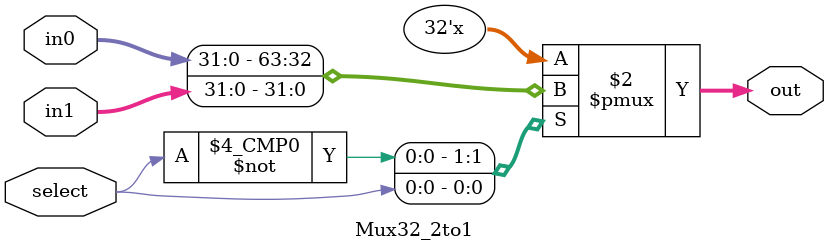
<source format=v>
`timescale 1ns / 1ps

module Mux32_2to1(
    input [31:0] in0,      // Input 0
    input [31:0] in1,      // Input 1
    input select,          // Select signal
    output reg [31:0] out  // Output
    );
    
    always @(*) begin
        case (select)
            1'b0: out = in0;
            1'b1: out = in1;
            default: out = 32'd0;
        endcase
    end
    
endmodule

</source>
